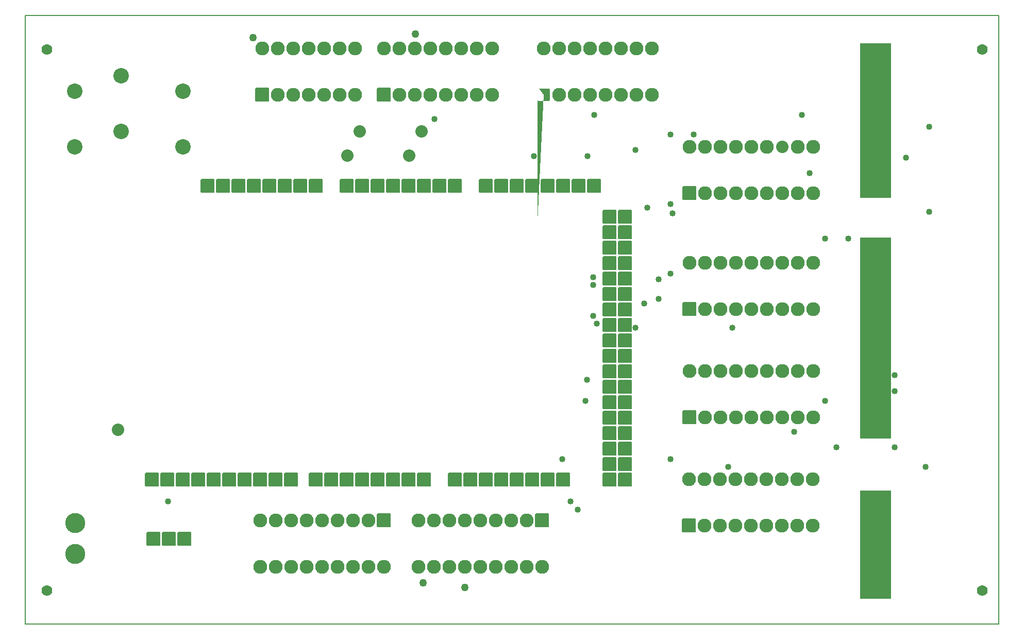
<source format=gbr>
G04 PROTEUS GERBER X2 FILE*
%TF.GenerationSoftware,Labcenter,Proteus,8.13-SP0-Build31525*%
%TF.CreationDate,2024-05-27T20:47:48+00:00*%
%TF.FileFunction,Soldermask,Top*%
%TF.FilePolarity,Negative*%
%TF.Part,Single*%
%TF.SameCoordinates,{f61d12dc-bb82-4ee6-a880-d96314c33a89}*%
%FSLAX45Y45*%
%MOMM*%
G01*
%TA.AperFunction,Material*%
%ADD72C,1.016000*%
%ADD73C,1.270000*%
%ADD30C,2.032000*%
%AMPPAD025*
4,1,36,
-1.016000,-1.143000,
1.016000,-1.143000,
1.041970,-1.140470,
1.065980,-1.133200,
1.087580,-1.121650,
1.106290,-1.106290,
1.121650,-1.087570,
1.133200,-1.065980,
1.140470,-1.041970,
1.143000,-1.016000,
1.143000,1.016000,
1.140470,1.041970,
1.133200,1.065980,
1.121650,1.087570,
1.106290,1.106290,
1.087580,1.121650,
1.065980,1.133200,
1.041970,1.140470,
1.016000,1.143000,
-1.016000,1.143000,
-1.041970,1.140470,
-1.065980,1.133200,
-1.087580,1.121650,
-1.106290,1.106290,
-1.121650,1.087570,
-1.133200,1.065980,
-1.140470,1.041970,
-1.143000,1.016000,
-1.143000,-1.016000,
-1.140470,-1.041970,
-1.133200,-1.065980,
-1.121650,-1.087570,
-1.106290,-1.106290,
-1.087580,-1.121650,
-1.065980,-1.133200,
-1.041970,-1.140470,
-1.016000,-1.143000,
0*%
%TA.AperFunction,Material*%
%ADD31PPAD025*%
%AMPPAD026*
4,1,36,
-1.016000,1.143000,
1.016000,1.143000,
1.041970,1.140470,
1.065980,1.133200,
1.087580,1.121650,
1.106290,1.106290,
1.121650,1.087570,
1.133200,1.065980,
1.140470,1.041970,
1.143000,1.016000,
1.143000,-1.016000,
1.140470,-1.041970,
1.133200,-1.065980,
1.121650,-1.087570,
1.106290,-1.106290,
1.087580,-1.121650,
1.065980,-1.133200,
1.041970,-1.140470,
1.016000,-1.143000,
-1.016000,-1.143000,
-1.041970,-1.140470,
-1.065980,-1.133200,
-1.087580,-1.121650,
-1.106290,-1.106290,
-1.121650,-1.087570,
-1.133200,-1.065980,
-1.140470,-1.041970,
-1.143000,-1.016000,
-1.143000,1.016000,
-1.140470,1.041970,
-1.133200,1.065980,
-1.121650,1.087570,
-1.106290,1.106290,
-1.087580,1.121650,
-1.065980,1.133200,
-1.041970,1.140470,
-1.016000,1.143000,
0*%
%TA.AperFunction,Material*%
%ADD32PPAD026*%
%ADD33C,2.286000*%
%AMPPAD028*
4,1,36,
-1.143000,1.270000,
1.143000,1.270000,
1.168970,1.267470,
1.192980,1.260200,
1.214580,1.248650,
1.233290,1.233290,
1.248650,1.214570,
1.260200,1.192980,
1.267470,1.168970,
1.270000,1.143000,
1.270000,-1.143000,
1.267470,-1.168970,
1.260200,-1.192980,
1.248650,-1.214570,
1.233290,-1.233290,
1.214580,-1.248650,
1.192980,-1.260200,
1.168970,-1.267470,
1.143000,-1.270000,
-1.143000,-1.270000,
-1.168970,-1.267470,
-1.192980,-1.260200,
-1.214580,-1.248650,
-1.233290,-1.233290,
-1.248650,-1.214570,
-1.260200,-1.192980,
-1.267470,-1.168970,
-1.270000,-1.143000,
-1.270000,1.143000,
-1.267470,1.168970,
-1.260200,1.192980,
-1.248650,1.214570,
-1.233290,1.233290,
-1.214580,1.248650,
-1.192980,1.260200,
-1.168970,1.267470,
-1.143000,1.270000,
0*%
%TA.AperFunction,Material*%
%ADD34PPAD028*%
%TA.AperFunction,Material*%
%ADD35C,2.540000*%
%AMPPAD030*
4,1,68,
-0.762000,1.016000,
0.762000,1.016000,
0.788400,1.014720,
0.813930,1.010950,
0.838490,1.004800,
0.861960,0.996400,
0.884220,0.985870,
0.905150,0.973300,
0.924650,0.958840,
0.942580,0.942580,
0.958840,0.924640,
0.973300,0.905150,
0.985860,0.884220,
0.996400,0.861960,
1.004800,0.838490,
1.010950,0.813930,
1.014720,0.788400,
1.016000,0.762000,
1.016000,-0.762000,
1.014720,-0.788400,
1.010950,-0.813930,
1.004800,-0.838490,
0.996400,-0.861960,
0.985860,-0.884220,
0.973300,-0.905150,
0.958840,-0.924640,
0.942580,-0.942580,
0.924650,-0.958840,
0.905150,-0.973300,
0.884220,-0.985870,
0.861960,-0.996400,
0.838490,-1.004800,
0.813930,-1.010950,
0.788400,-1.014720,
0.762000,-1.016000,
-0.762000,-1.016000,
-0.788400,-1.014720,
-0.813930,-1.010950,
-0.838490,-1.004800,
-0.861960,-0.996400,
-0.884220,-0.985870,
-0.905150,-0.973300,
-0.924650,-0.958840,
-0.942580,-0.942580,
-0.958840,-0.924640,
-0.973300,-0.905150,
-0.985860,-0.884220,
-0.996400,-0.861960,
-1.004800,-0.838490,
-1.010950,-0.813930,
-1.014720,-0.788400,
-1.016000,-0.762000,
-1.016000,0.762000,
-1.014720,0.788400,
-1.010950,0.813930,
-1.004800,0.838490,
-0.996400,0.861960,
-0.985860,0.884220,
-0.973300,0.905150,
-0.958840,0.924640,
-0.942580,0.942580,
-0.924650,0.958840,
-0.905150,0.973300,
-0.884220,0.985870,
-0.861960,0.996400,
-0.838490,1.004800,
-0.813930,1.010950,
-0.788400,1.014720,
-0.762000,1.016000,
0*%
%TA.AperFunction,Material*%
%ADD36PPAD030*%
%TA.AperFunction,Material*%
%ADD37C,1.778000*%
%TA.AperFunction,Material*%
%ADD38C,3.302000*%
%TA.AperFunction,Profile*%
%ADD24C,0.203200*%
%TD.AperFunction*%
D72*
X+3619500Y-127000D03*
X+2032000Y-127000D03*
X+1333500Y+698500D03*
X+3556000Y-2413000D03*
X+5143500Y-1333500D03*
X+2032000Y+2794000D03*
D73*
X-1460500Y-4318000D03*
X-770000Y-4394200D03*
D72*
X+2603500Y+3048000D03*
X+2984500Y+3048000D03*
X+2603500Y+1905000D03*
X+6286500Y-910000D03*
X+6286500Y-1170000D03*
X+6286500Y-2095500D03*
X+5334000Y-2095500D03*
X+1397000Y-63500D03*
X+2222500Y+1841500D03*
X+2410000Y+670000D03*
X+2410000Y+340000D03*
X+2172970Y+267970D03*
X+5524500Y+1333500D03*
X+5143500Y+1333500D03*
X+4889500Y+2413000D03*
X+6477000Y+2667000D03*
X+6794500Y-2413000D03*
X+4635500Y-1841500D03*
X+1206500Y-1333500D03*
X+1333500Y+63500D03*
X+1333500Y+571500D03*
X+2603500Y+762000D03*
X-1270000Y+3302000D03*
X-5649831Y-2980417D03*
D30*
X-6469585Y-1806598D03*
D73*
X-4254500Y+4635500D03*
X-1587500Y+4699000D03*
D72*
X+6858000Y+3175000D03*
X+6858000Y+1778000D03*
X+4762500Y+3365500D03*
X+1350000Y+3370000D03*
X+1240000Y+2690000D03*
X+357347Y+2690896D03*
X+825500Y-2286000D03*
X+960120Y-2981960D03*
X+1235710Y-986790D03*
X+2603500Y-2286000D03*
X+1082040Y-3116580D03*
X+2642178Y+1751445D03*
D31*
X-5000000Y+2200000D03*
X-4746000Y+2200000D03*
X-4492000Y+2200000D03*
X-4238000Y+2200000D03*
X-3984000Y+2200000D03*
X-3730000Y+2200000D03*
X-3476000Y+2200000D03*
X-3222000Y+2200000D03*
X-2714000Y+2200000D03*
X-2460000Y+2200000D03*
X-2206000Y+2200000D03*
X-1952000Y+2200000D03*
X-1698000Y+2200000D03*
X-1444000Y+2200000D03*
X-1190000Y+2200000D03*
X-936000Y+2200000D03*
X-428000Y+2200000D03*
X-174000Y+2200000D03*
X+80000Y+2200000D03*
X+334000Y+2200000D03*
X+588000Y+2200000D03*
X+842000Y+2200000D03*
X+1096000Y+2200000D03*
X+1350000Y+2200000D03*
X+1604000Y+1692000D03*
X+1604000Y+1438000D03*
X+1604000Y+1184000D03*
X+1604000Y+930000D03*
X+1604000Y+676000D03*
X+1604000Y+422000D03*
X+1604000Y+168000D03*
X+1604000Y-86000D03*
X+1604000Y-340000D03*
X+1604000Y-594000D03*
X+1604000Y-848000D03*
X+1604000Y-1102000D03*
X+1604000Y-1356000D03*
X+1604000Y-1610000D03*
X+1604000Y-1864000D03*
X+1604000Y-2118000D03*
X+1604000Y-2372000D03*
X+1604000Y-2626000D03*
X+1858000Y+1692000D03*
X+1858000Y+1438000D03*
X+1858000Y+1184000D03*
X+1858000Y+930000D03*
X+1858000Y+676000D03*
X+1858000Y+422000D03*
X+1858000Y+168000D03*
X+1858000Y-86000D03*
X+1858000Y-340000D03*
X+1858000Y-594000D03*
X+1858000Y-848000D03*
X+1858000Y-1102000D03*
X+1858000Y-1356000D03*
X+1858000Y-1610000D03*
X+1858000Y-1864000D03*
X+1858000Y-2118000D03*
X+1858000Y-2372000D03*
X+1858000Y-2626000D03*
X+842000Y-2626000D03*
X+588000Y-2626000D03*
X+334000Y-2626000D03*
X+80000Y-2626000D03*
X-174000Y-2626000D03*
X-428000Y-2626000D03*
X-682000Y-2626000D03*
X-936000Y-2626000D03*
X-1444000Y-2626000D03*
X-1698000Y-2626000D03*
X-1952000Y-2626000D03*
X-2206000Y-2626000D03*
X-2460000Y-2626000D03*
X-2714000Y-2626000D03*
X-2968000Y-2626000D03*
X-3222000Y-2626000D03*
X-3628400Y-2626000D03*
X-3882400Y-2626000D03*
X-4136400Y-2626000D03*
X-4390400Y-2626000D03*
X-4644400Y-2626000D03*
X-4898400Y-2626000D03*
X-5152400Y-2626000D03*
X-5406400Y-2626000D03*
X-5660400Y-2626000D03*
X-5914400Y-2626000D03*
D32*
X-2100000Y-3300000D03*
D33*
X-2354000Y-3300000D03*
X-2608000Y-3300000D03*
X-2862000Y-3300000D03*
X-3116000Y-3300000D03*
X-3370000Y-3300000D03*
X-3624000Y-3300000D03*
X-3878000Y-3300000D03*
X-4132000Y-3300000D03*
X-4132000Y-4062000D03*
X-3878000Y-4062000D03*
X-3624000Y-4062000D03*
X-3370000Y-4062000D03*
X-3116000Y-4062000D03*
X-2862000Y-4062000D03*
X-2608000Y-4062000D03*
X-2354000Y-4062000D03*
X-2100000Y-4062000D03*
D32*
X+500000Y-3300000D03*
D33*
X+246000Y-3300000D03*
X-8000Y-3300000D03*
X-262000Y-3300000D03*
X-516000Y-3300000D03*
X-770000Y-3300000D03*
X-1024000Y-3300000D03*
X-1278000Y-3300000D03*
X-1532000Y-3300000D03*
X-1532000Y-4062000D03*
X-1278000Y-4062000D03*
X-1024000Y-4062000D03*
X-770000Y-4062000D03*
X-516000Y-4062000D03*
X-262000Y-4062000D03*
X-8000Y-4062000D03*
X+246000Y-4062000D03*
X+500000Y-4062000D03*
D34*
X+5846000Y-2930000D03*
X+6100000Y-2930000D03*
X+5846000Y-3184000D03*
X+6100000Y-3184000D03*
X+5846000Y-3438000D03*
X+6100000Y-3438000D03*
X+5846000Y-3692000D03*
X+6100000Y-3692000D03*
X+5846000Y-3946000D03*
X+6100000Y-3946000D03*
X+5846000Y-4200000D03*
X+6100000Y-4200000D03*
X+5846000Y-4454000D03*
X+6100000Y-4454000D03*
X+5846000Y+1224000D03*
X+6100000Y+1224000D03*
X+5846000Y+970000D03*
X+6100000Y+970000D03*
X+5846000Y+716000D03*
X+6100000Y+716000D03*
X+5846000Y+462000D03*
X+6100000Y+462000D03*
X+5846000Y+208000D03*
X+6100000Y+208000D03*
X+5846000Y-46000D03*
X+6100000Y-46000D03*
X+5846000Y-300000D03*
X+6100000Y-300000D03*
X+5846000Y-554000D03*
X+6100000Y-554000D03*
X+5846000Y-808000D03*
X+6100000Y-808000D03*
X+5846000Y-1062000D03*
X+6100000Y-1062000D03*
X+5846000Y-1316000D03*
X+6100000Y-1316000D03*
X+5846000Y-1570000D03*
X+6100000Y-1570000D03*
X+5846000Y-1824000D03*
X+6100000Y-1824000D03*
X+5846000Y+4416000D03*
X+6100000Y+4416000D03*
X+5846000Y+4162000D03*
X+6100000Y+4162000D03*
X+5846000Y+3908000D03*
X+6100000Y+3908000D03*
X+5846000Y+3654000D03*
X+6100000Y+3654000D03*
X+5846000Y+3400000D03*
X+6100000Y+3400000D03*
X+5846000Y+3146000D03*
X+6100000Y+3146000D03*
X+5846000Y+2892000D03*
X+6100000Y+2892000D03*
X+5846000Y+2638000D03*
X+6100000Y+2638000D03*
X+5846000Y+2384000D03*
X+6100000Y+2384000D03*
X+5846000Y+2130000D03*
X+6100000Y+2130000D03*
D30*
X-2700000Y+2700000D03*
X-1684000Y+2700000D03*
X-2500000Y+3100000D03*
X-1484000Y+3100000D03*
D32*
X-4100000Y+3700000D03*
D33*
X-3846000Y+3700000D03*
X-3592000Y+3700000D03*
X-3338000Y+3700000D03*
X-3084000Y+3700000D03*
X-2830000Y+3700000D03*
X-2576000Y+3700000D03*
X-2576000Y+4462000D03*
X-2830000Y+4462000D03*
X-3084000Y+4462000D03*
X-3338000Y+4462000D03*
X-3592000Y+4462000D03*
X-3846000Y+4462000D03*
X-4100000Y+4462000D03*
D35*
X-5406200Y+2846000D03*
X-7184200Y+2846000D03*
X-6422200Y+3100000D03*
X-5406200Y+3758700D03*
X-7184200Y+3758700D03*
X-6422200Y+4012700D03*
D36*
X+519100Y+3700000D03*
D33*
X+773100Y+3700000D03*
X+1027100Y+3700000D03*
X+1281100Y+3700000D03*
X+1535100Y+3700000D03*
X+1789100Y+3700000D03*
X+2043100Y+3700000D03*
X+2297100Y+3700000D03*
X+2297100Y+4462000D03*
X+2043100Y+4462000D03*
X+1789100Y+4462000D03*
X+1535100Y+4462000D03*
X+1281100Y+4462000D03*
X+1027100Y+4462000D03*
X+773100Y+4462000D03*
X+519100Y+4462000D03*
D32*
X+2911300Y-3384950D03*
D33*
X+3165300Y-3384950D03*
X+3419300Y-3384950D03*
X+3673300Y-3384950D03*
X+3927300Y-3384950D03*
X+4181300Y-3384950D03*
X+4435300Y-3384950D03*
X+4689300Y-3384950D03*
X+4943300Y-3384950D03*
X+4943300Y-2622950D03*
X+4689300Y-2622950D03*
X+4435300Y-2622950D03*
X+4181300Y-2622950D03*
X+3927300Y-2622950D03*
X+3673300Y-2622950D03*
X+3419300Y-2622950D03*
X+3165300Y-2622950D03*
X+2911300Y-2622950D03*
D32*
X+2914300Y-1600000D03*
D33*
X+3168300Y-1600000D03*
X+3422300Y-1600000D03*
X+3676300Y-1600000D03*
X+3930300Y-1600000D03*
X+4184300Y-1600000D03*
X+4438300Y-1600000D03*
X+4692300Y-1600000D03*
X+4946300Y-1600000D03*
X+4946300Y-838000D03*
X+4692300Y-838000D03*
X+4438300Y-838000D03*
X+4184300Y-838000D03*
X+3930300Y-838000D03*
X+3676300Y-838000D03*
X+3422300Y-838000D03*
X+3168300Y-838000D03*
X+2914300Y-838000D03*
D32*
X+2914300Y+177800D03*
D33*
X+3168300Y+177800D03*
X+3422300Y+177800D03*
X+3676300Y+177800D03*
X+3930300Y+177800D03*
X+4184300Y+177800D03*
X+4438300Y+177800D03*
X+4692300Y+177800D03*
X+4946300Y+177800D03*
X+4946300Y+939800D03*
X+4692300Y+939800D03*
X+4438300Y+939800D03*
X+4184300Y+939800D03*
X+3930300Y+939800D03*
X+3676300Y+939800D03*
X+3422300Y+939800D03*
X+3168300Y+939800D03*
X+2914300Y+939800D03*
D32*
X+2915100Y+2081000D03*
D33*
X+3169100Y+2081000D03*
X+3423100Y+2081000D03*
X+3677100Y+2081000D03*
X+3931100Y+2081000D03*
X+4185100Y+2081000D03*
X+4439100Y+2081000D03*
X+4693100Y+2081000D03*
X+4947100Y+2081000D03*
X+4947100Y+2843000D03*
X+4693100Y+2843000D03*
D30*
X+4439100Y+2843000D03*
D33*
X+4185100Y+2843000D03*
X+3931100Y+2843000D03*
X+3677100Y+2843000D03*
X+3423100Y+2843000D03*
X+3169100Y+2843000D03*
X+2915100Y+2843000D03*
D32*
X-5887680Y-3603160D03*
X-5633680Y-3603160D03*
X-5379680Y-3603160D03*
X-2100000Y+3700000D03*
D33*
X-1846000Y+3700000D03*
X-1592000Y+3700000D03*
X-1338000Y+3700000D03*
X-1084000Y+3700000D03*
X-830000Y+3700000D03*
X-576000Y+3700000D03*
X-322000Y+3700000D03*
X-322000Y+4462000D03*
X-576000Y+4462000D03*
X-830000Y+4462000D03*
X-1084000Y+4462000D03*
X-1338000Y+4462000D03*
X-1592000Y+4462000D03*
X-1846000Y+4462000D03*
X-2100000Y+4462000D03*
D37*
X+7724000Y+4445000D03*
X+7724000Y-4445000D03*
X-7643000Y+4445000D03*
X-7643000Y-4445000D03*
D38*
X-7178040Y-3337560D03*
X-7178040Y-3845560D03*
D24*
X-8000000Y-5000000D02*
X+8000000Y-5000000D01*
X+8000000Y+5000000D01*
X-8000000Y+5000000D01*
X-8000000Y-5000000D01*
X+8000000Y-5000000D01*
X+8000000Y+5000000D01*
X-8000000Y+5000000D01*
X-8000000Y-5000000D01*
M02*

</source>
